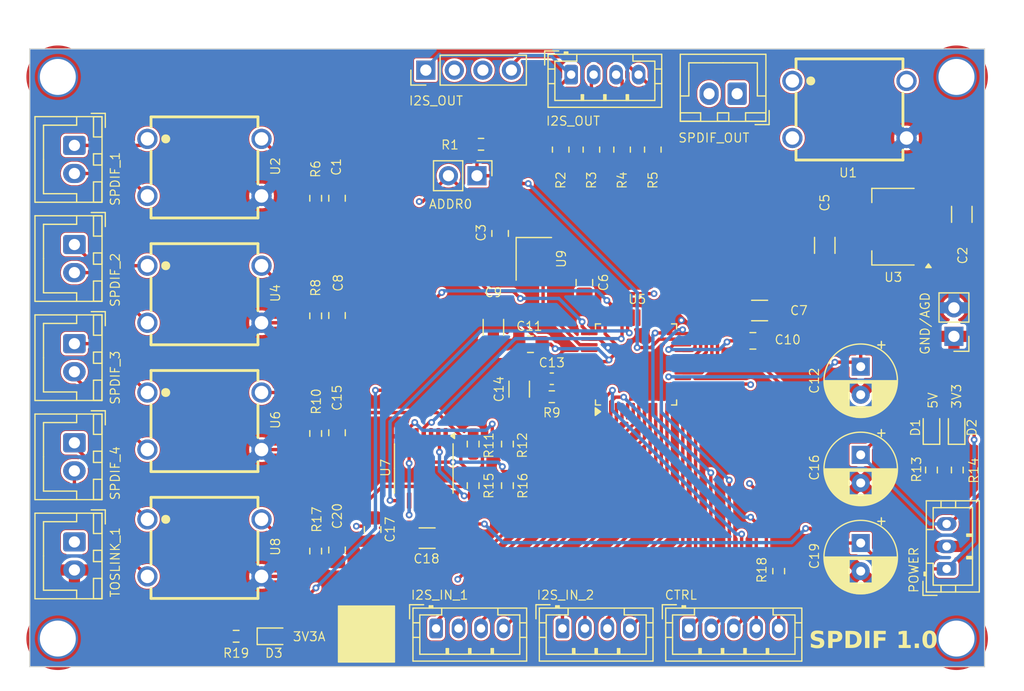
<source format=kicad_pcb>
(kicad_pcb (version 20240108) (generator "pcbnew") (generator_version "8.0")
  (layers (0 "F.Cu" signal) (1 "In1.Cu" signal) (2 "In2.Cu" signal) (31 "B.Cu" mixed) (34 "B.Paste" user) (35 "F.Paste" user) (36 "B.SilkS" user "B.Silkscreen") (37 "F.SilkS" user "F.Silkscreen") (38 "B.Mask" user) (39 "F.Mask" user) (44 "Edge.Cuts" user))
  (net 0 "")
  (net 1 "AGND")
  (net 2 "GND")
  (net 3 "I2S_DATA")
  (net 4 "I2S_LRCLK")
  (net 5 "I2S_BCLK")
  (net 6 "I2S_SCLK")
  (net 7 "SCL")
  (net 8 "SDA")
  (net 9 "3V3")
  (net 10 "SPDIF3_IN")
  (net 11 "SPDIF3_GND")
  (net 12 "SPDIF1_IN")
  (net 13 "SPDIF1_GND")
  (net 14 "SPDIF2_IN")
  (net 15 "SPDIF2_GND")
  (net 16 "5V")
  (net 17 "SPDIF_1")
  (net 18 "SPDIF4_GND")
  (net 19 "SPDIF4_IN")
  (net 20 "SPDIF_2")
  (net 21 "SPDIF_3")
  (net 22 "SPDIF_4")
  (net 23 "Net-(D2-K)")
  (net 24 "I2S_IN_LRCLK_1")
  (net 25 "I2S_IN_BCLK_1")
  (net 26 "Net-(D1-K)")
  (net 27 "I2S_IN_DATA_1")
  (net 28 "I2S_IN_SCLK_1")
  (net 29 "I2S_IN_DATA_2")
  (net 30 "I2S_IN_SCLK_2")
  (net 31 "I2S_IN_LRCLK_2")
  (net 32 "I2S_IN_BCLK_2")
  (net 33 "3V3A")
  (net 34 "SPDIF_OUT")
  (net 35 "TOSLINK_IN")
  (net 36 "XTI")
  (net 37 "Net-(C1-Pad2)")
  (net 38 "SPDIF_INT1")
  (net 39 "SPDIF_INT0")
  (net 40 "SPDIF_RESET")
  (net 41 "Net-(D3-K)")
  (net 42 "ADR0")
  (net 43 "FILTGND")
  (net 44 "SPDIFPOS")
  (net 45 "SPDIFNEG")
  (net 46 "Net-(C8-Pad2)")
  (net 47 "Net-(U5-FILT)")
  (net 48 "Net-(C14-Pad2)")
  (net 49 "Net-(C15-Pad1)")
  (net 50 "Net-(C15-Pad2)")
  (net 51 "Net-(C20-Pad1)")
  (net 52 "Net-(C20-Pad2)")
  (net 53 "Net-(U5-SCLKO)")
  (net 54 "Net-(U5-BCLK)")
  (net 55 "Net-(U5-LRCLK)")
  (net 56 "Net-(U5-DOUT)")
  (net 57 "Net-(R11-Pad2)")
  (net 58 "Net-(R12-Pad1)")
  (net 59 "Net-(R12-Pad2)")
  (net 60 "Net-(R15-Pad2)")
  (footprint "LED_SMD:LED_0603_1608Metric" (layer "F.Cu") (at 106.6 62.025 90)
    (property "Reference" "D1")
    (property "Value" "BLUE")
  )
  (footprint "Connector_JST:JST_PH_B3B-PH-K_1x03_P2.00mm_Vertical" (layer "F.Cu") (at 107.95 74.6 90)
    (property "Reference" "J11" (hide yes))
    (property "Value" "Conn_01x03_Pin")
  )
  (footprint "Resistor_SMD:R_0603_1608Metric" (layer "F.Cu") (at 66.5 36.8)
    (property "Reference" "R1")
    (property "Value" "4.7K")
  )
  (footprint "LED_SMD:LED_0603_1608Metric" (layer "F.Cu") (at 48.0575 80.6)
    (property "Reference" "D3")
    (property "Value" "YELLOW")
  )
  (footprint "Capacitor_SMD:C_0805_2012Metric_Pad1.18x1.45mm_HandSolder" (layer "F.Cu") (at 75.7 49.1 -90)
    (property "Reference" "C6")
    (property "Value" "0.1u")
  )
  (footprint "Capacitor_SMD:C_0805_2012Metric_Pad1.18x1.45mm_HandSolder" (layer "F.Cu") (at 90.7 54.3 180)
    (property "Reference" "C10")
    (property "Value" "0.1u")
  )
  (footprint "Package_TO_SOT_SMD:SOT-223-3_TabPin2" (layer "F.Cu") (at 103.2 44.1375 180)
    (property "Reference" "U3")
    (property "Value" "AMS1117-3.3")
  )
  (footprint "Connector_JST:JST_XH_B2B-XH-A_1x02_P2.50mm_Vertical" (layer "F.Cu") (at 30.3 72.2 -90)
    (property "Reference" "J10" (hide yes))
    (property "Value" "Conn_01x02_Pin")
  )
  (footprint "Package_QFP:LQFP-48_7x7mm_P0.5mm" (layer "F.Cu") (at 80.3 56.4 90)
    (property "Reference" "U5")
    (property "Value" "DIX9211")
  )
  (footprint "Capacitor_SMD:C_1206_3216Metric_Pad1.33x1.80mm_HandSolder" (layer "F.Cu") (at 67.6 53.1 90)
    (property "Reference" "C9")
    (property "Value" "10u")
  )
  (footprint "Connector_JST:JST_XH_B2B-XH-A_1x02_P2.50mm_Vertical" (layer "F.Cu") (at 30.3 54.55 -90)
    (property "Reference" "J8" (hide yes))
    (property "Value" "Conn_01x02_Pin")
  )
  (footprint "Capacitor_SMD:C_0805_2012Metric_Pad1.18x1.45mm_HandSolder" (layer "F.Cu") (at 53.68 62.48 -90)
    (property "Reference" "C15")
    (property "Value" "10n C0G")
  )
  (footprint "Capacitor_SMD:C_1206_3216Metric" (layer "F.Cu") (at 69.9 58.6 -90)
    (property "Reference" "C14")
    (property "Value" "68n C0G")
  )
  (footprint "Connector_JST:JST_PH_B4B-PH-K_1x04_P2.00mm_Vertical" (layer "F.Cu") (at 73.75 79.9)
    (property "Reference" "J13" (hide yes))
    (property "Value" "Conn_01x04_Pin")
  )
  (footprint "Connector_JST:JST_XH_B2B-XH-A_1x02_P2.50mm_Vertical" (layer "F.Cu") (at 30.3 63.375 -90)
    (property "Reference" "J9" (hide yes))
    (property "Value" "Conn_01x02_Pin")
  )
  (footprint "Capacitor_SMD:C_0805_2012Metric_Pad1.18x1.45mm_HandSolder" (layer "F.Cu") (at 53.68 72.9175 -90)
    (property "Reference" "C20")
    (property "Value" "10n C0G")
  )
  (footprint "easyeda2kicad:XFMR-TH_4P-L9.5-W9.0-P5.08-LS10.2_C9900096976" (layer "F.Cu") (at 41.88 72.73)
    (property "Reference" "U8")
    (property "Value" "DA101C_C6931652")
  )
  (footprint "Capacitor_SMD:C_1206_3216Metric_Pad1.33x1.80mm_HandSolder" (layer "F.Cu") (at 61.7 71.8625)
    (property "Reference" "C18")
    (property "Value" "10u")
  )
  (footprint "Capacitor_SMD:C_1206_3216Metric_Pad1.33x1.80mm_HandSolder" (layer "F.Cu") (at 109.3 43.0375 90)
    (property "Reference" "C2")
    (property "Value" "10u")
  )
  (footprint "easyeda2kicad:XFMR-TH_4P-L9.5-W9.0-P5.08-LS10.2_C9900096976" (layer "F.Cu") (at 41.88 61.44)
    (property "Reference" "U6")
    (property "Value" "DA101C_C6931652")
  )
  (footprint "Resistor_SMD:R_0805_2012Metric" (layer "F.Cu") (at 73.591667 37.275 90)
    (property "Reference" "R2")
    (property "Value" "22R")
  )
  (footprint "Resistor_SMD:R_0603_1608Metric_Pad0.98x0.95mm_HandSolder" (layer "F.Cu") (at 51.78 52.075833 -90)
    (property "Reference" "R8")
    (property "Value" "75R")
  )
  (footprint "Capacitor_SMD:C_1206_3216Metric_Pad1.33x1.80mm_HandSolder" (layer "F.Cu") (at 97.1 45.8 90)
    (property "Reference" "C5")
    (property "Value" "10u")
  )
  (footprint "Connector_JST:JST_XH_B2B-XH-A_1x02_P2.50mm_Vertical" (layer "F.Cu") (at 30.3 36.9 -90)
    (property "Reference" "J4" (hide yes))
    (property "Value" "Conn_01x02_Pin" (hide yes))
  )
  (footprint "Capacitor_SMD:C_1206_3216Metric_Pad1.33x1.80mm_HandSolder" (layer "F.Cu") (at 91.3 51.6 180)
    (property "Reference" "C7")
    (property "Value" "10u")
  )
  (footprint "Capacitor_SMD:C_0805_2012Metric_Pad1.18x1.45mm_HandSolder" (layer "F.Cu") (at 70.9 54.6)
    (property "Reference" "C11")
    (property "Value" "0.1u")
  )
  (footprint "MountingHole:MountingHole_3.2mm_M3_DIN965_Pad_TopOnly" (layer "F.Cu") (at 108.8251 30.805)
    (property "Reference" "H2" (hide yes))
    (property "Value" "MountingHole")
  )
  (footprint "Connector_JST:JST_XH_B2B-XH-A_1x02_P2.50mm_Vertical" (layer "F.Cu") (at 30.3 45.725 -90)
    (property "Reference" "J6" (hide yes))
    (property "Value" "Conn_01x02_Pin")
  )
  (footprint "Connector_JST:JST_XH_B2B-XH-A_1x02_P2.50mm_Vertical" (layer "F.Cu") (at 89.3 32.3 180)
    (property "Reference" "J3" (hide yes))
    (property "Value" "Conn_01x02_Pin")
  )
  (footprint "Connector_PinHeader_2.54mm:PinHeader_1x02_P2.54mm_Vertical" (layer "F.Cu") (at 66.14 39.6 -90)
    (property "Reference" "J5" (hide yes))
    (property "Value" "Conn_01x02_Pin")
  )
  (footprint "Capacitor_SMD:C_0805_2012Metric_Pad1.18x1.45mm_HandSolder" (layer "F.Cu") (at 56.85 71.1 90)
    (property "Reference" "C17")
    (property "Value" "0.1u")
  )
  (footprint "Connector_JST:JST_PH_B4B-PH-K_1x04_P2.00mm_Vertical" (layer "F.Cu") (at 62.5 79.9)
    (property "Reference" "J12" (hide yes))
    (property "Value" "Conn_01x04_Pin")
  )
  (footprint "Connector_PinHeader_2.54mm:PinHeader_1x02_P2.54mm_Vertical" (layer "F.Cu") (at 108.6 53.9 180)
    (property "Reference" "J7" (hide yes))
    (property "Value" "Conn_01x02_Pin")
  )
  (footprint "Resistor_SMD:R_0603_1608Metric_Pad0.98x0.95mm_HandSolder" (layer "F.Cu") (at 51.78 73.0175 -90)
    (property "Reference" "R17")
    (property "Value" "75R")
  )
  (footprint "Resistor_SMD:R_0603_1608Metric_Pad0.98x0.95mm_HandSolder" (layer "F.Cu") (at 108.9 65.8 90)
    (property "Reference" "R14")
    (property "Value" "325R")
  )
  (footprint "easyeda2kicad:XFMR-TH_4P-L9.5-W9.0-P5.08-LS10.2_C9900096976" (layer "F.Cu") (at 99.3 33.7)
    (property "Reference" "U1")
    (property "Value" "DA101C_C6931652")
  )
  (footprint "Package_SO:TSSOP-14_4.4x5mm_P0.65mm" (layer "F.Cu") (at 61.4 65.6625 -90)
    (property "Reference" "U7")
    (property "Value" "74HC7014")
  )
  (footprint "Resistor_SMD:R_0805_2012Metric" (layer "F.Cu") (at 81.791667 37.275 90)
    (property "Reference" "R5")
    (property "Value" "22R")
  )
  (footprint "Connector_JST:JST_PH_B4B-PH-K_1x04_P2.00mm_Vertical" (layer "F.Cu") (at 74.525 30.6)
    (property "Reference" "J2" (hide yes))
    (property "Value" "Conn_01x04_Pin")
  )
  (footprint "easyeda2kicad:XFMR-TH_4P-L9.5-W9.0-P5.08-LS10.2_C9900096976" (layer "F.Cu") (at 41.88 50.15)
    (property "Reference" "U4")
    (property "Value" "DA101C_C6931652")
  )
  (footprint "Resistor_SMD:R_0603_1608Metric_Pad0.98x0.95mm_HandSolder" (layer "F.Cu") (at 51.78 62.546666 -90)
    (property "Reference" "R10")
    (property "Value" "75R")
  )
  (footprint "Resistor_SMD:R_0805_2012Metric" (layer "F.Cu") (at 76.325 37.275 90)
    (property "Reference" "R3")
    (property "Value" "22R")
  )
  (footprint "Capacitor_SMD:C_0805_2012Metric_Pad1.18x1.45mm_HandSolder" (layer "F.Cu") (at 53.68 41.605 -90)
    (property "Reference" "C1")
    (property "Value" "10n C0G")
  )
  (footprint "Capacitor_SMD:C_0805_2012Metric_Pad1.18x1.45mm_HandSolder" (layer "F.Cu") (at 68.2 44.7375 -90)
    (property "Reference" "C3")
    (property "Value" "0.1u")
  )
  (footprint "easyeda2kicad:XFMR-TH_4P-L9.5-W9.0-P5.08-LS10.2_C9900096976" (layer "F.Cu") (at 41.88 38.86)
    (property "Reference" "U2")
    (property "Value" "DA101C_C6931652")
  )
  (footprint "LED_SMD:LED_0603_1608Metric" (layer "F.Cu") (at 108.84 62.025 90)
    (property "Reference" "D2")
    (property "Value" "YELLOW")
  )
  (footprint "Resistor_SMD:R_0603_1608Metric" (layer "F.Cu") (at 72.8 59.275 180)
    (property "Reference" "R9")
    (property "Value" "680R")
  )
  (footprint "Resistor_SMD:R_0603_1608Metric_Pad0.98x0.95mm_HandSolder" (layer "F.Cu") (at 106.6 65.8 90)
    (property "Reference" "R13")
    (property "Value" "500R")
  )
  (footprint "Resistor_SMD:R_0805_2012Metric" (layer "F.Cu") (at 79.058333 37.275 90)
    (property "Reference" "R4")
    (property "Value" "22R")
  )
  (footprint "Oscillator:Oscillator_SMD_Abracon_ASE-4Pin_3.2x2.5mm" (layer "F.Cu") (at 71.2 47 -90)
    (property "Reference" "U9")
    (property "Value" "ASDMB-xxxMHz")
  )
  (footprint "Capacitor_SMD:C_0603_1608Metric" (layer "F.Cu") (at 72.8 57.675)
    (property "Reference" "C13")
    (property "Value" "4.7n C0G")
  )
  (footprint "Capacitor_SMD:C_0805_2012Metric_Pad1.18x1.45mm_HandSolder" (layer "F.Cu") (at 53.68 52.0425 -90)
    (property "Reference" "C8")
    (property "Value" "10n C0G")
  )
  (footprint "Resistor_SMD:R_0603_1608Metric_Pad0.98x0.95mm_HandSolder" (layer "F.Cu") (at 65.8 67.1875 -90)
    (property "Reference" "R15")
    (property "Value" "100K")
  )
  (footprint "Capacitor_THT:CP_Radial_D6.3mm_P2.50mm" (layer "F.Cu") (at 100.3 72.3 -90)
    (property "Reference" "C19")
    (property "Value" "220u")
  )
  (footprint "Capacitor_THT:CP_Radial_D6.3mm_P2.50mm" (layer "F.Cu") (at 100.3 64.45 -90)
    (property "Reference" "C16")
    (property "Value" "220u")
  )
  (footprint "Resistor_SMD:R_0603_1608Metric_Pad0.98x0.95mm_HandSolder" (layer "F.Cu") (at 44.7 80.6)
    (property "Reference" "R19")
    (property "Value" "325R")
  )
  (footprint "Resistor_SMD:R_0603_1608Metric_Pad0.98x0.95mm_HandSolder" (layer "F.Cu") (at 51.78 41.605 -90)
    (property "Reference" "R6")
    (property "Value" "75R")
  )
  (footprint "Resistor_SMD:R_0603_1608Metric_Pad0.98x0.95mm_HandSolder" (layer "F.Cu") (at 65.8 63.4875 90)
    (property "Reference" "R11")
    (property "Value" "220R")
  )
  (footprint "MountingHole:MountingHole_3.2mm_M3_DIN965_Pad_TopOnly" (layer "F.Cu") (at 28.8251 30.805)
    (property "Reference" "H1" (hide yes))
    (property "Value" "MountingHole")
  )
  (footprint "Resistor_SMD:R_0603_1608Metric_Pad0.98x0.95mm_HandSolder" (layer "F.Cu") (at 68.85 63.4875 -90)
    (property "Reference" "R12")
    (property "Value" "100K")
  )
  (footprint "Connector_PinHeader_2.54mm:PinHeader_1x04_P2.54mm_Vertical" (layer "F.Cu") (at 61.585 30.2 90)
    (property "Reference" "J1" (hide yes))
    (property "Value" "Conn_01x04_Pin")
  )
  (footprint "MountingHole:MountingHole_3.2mm_M3_DIN965_Pad_TopOnly" (layer "F.Cu") (at 108.8251 80.805)
    (property "Reference" "H4" (hide yes))
    (property "Value" "MountingHole")
  )
  (footprint "MountingHole:MountingHole_3.2mm_M3_DIN965_Pad_TopOnly" (layer "F.Cu") (at 28.8251 80.805)
    (property "Reference" "H3" (hide yes))
    (property "Value" "MountingHole")
  )
  (footprint "Capacitor_THT:CP_Radial_D6.3mm_P2.50mm" (layer "F.Cu") (at 100.3 56.6 -90)
    (property "Reference" "C12")
    (property "Value" "220u")
  )
  (footprint "Resistor_SMD:R_0603_1608Metric" (layer "F.Cu") (at 93 74.8 -90)
    (property "Reference" "R18")
    (property "Value" "4.7K")
  )
  (footprint "Connector_JST:JST_PH_B5B-PH-K_1x05_P2.00mm_Vertical" (layer "F.Cu") (at 85 79.9)
    (property "Reference" "J14" (hide yes))
    (property "Value" "Conn_01x05_Pin")
  )
  (footprint "Resistor_SMD:R_0603_1608Metric_Pad0.98x0.95mm_HandSolder" (layer "F.Cu") (at 68.85 67.1875 90)
    (property "Reference" "R16")
    (property "Value" "220R")
  )
  (gr_rect (start 53.8 77.9) (end 58.8 82.9) (stroke (width 0.1)) (fill solid) (layer "F.SilkS"))
  (gr_line (start 111.3251 28.305) (end 111.3251 83.305) (stroke (width 0.1)) (layer "Edge.Cuts"))
  (gr_line (start 111.3251 83.305) (end 26.3251 83.305) (stroke (width 0.1)) (layer "Edge.Cuts"))
  (gr_line (start 26.3251 83.305) (end 26.3251 28.305) (stroke (width 0.1)) (layer "Edge.Cuts"))
  (gr_line (start 26.3251 28.305) (end 111.3251 28.305) (stroke (width 0.1)) (layer "Edge.Cuts"))
  (gr_text "SPDIF_3\n" (at 34.399952 60.045 90) (layer "F.SilkS") (effects (font (size 0.8 0.8) (thickness 0.1) (bold yes)) (justify left bottom)))
  (gr_text "CTRL" (at 82.8 77.4 0) (layer "F.SilkS") (effects (font (size 0.8 0.8) (thickness 0.1) (bold yes)) (justify left bottom)))
  (gr_text "SPDIF_1" (at 34.399952 42.345 90) (layer "F.SilkS") (effects (font (size 0.8 0.8) (thickness 0.1) (bold yes)) (justify left bottom)))
  (gr_text "5V\n" (at 107.2 60.4 90) (layer "F.SilkS") (effects (font (size 0.8 0.8) (thickness 0.1) (bold yes)) (justify left bottom)))
  (gr_text "I2S_IN_1" (at 60.2 77.4 0) (layer "F.SilkS") (effects (font (size 0.8 0.8) (thickness 0.1) (bold yes)) (justify left bottom)))
  (gr_text "SPDIF_4\n" (at 34.399952 68.545 90) (layer "F.SilkS") (effects (font (size 0.8 0.8) (thickness 0.1) (bold yes)) (justify left bottom)))
  (gr_text "SPDIF 1.0" (at 95.7 81.9 0) (layer "F.SilkS") (effects (font (size 1.5 1.5) (thickness 0.1) (bold yes)) (justify left bottom)))
  (gr_text "SPDIF_OUT" (at 84 36.7 0) (layer "F.SilkS") (effects (font (size 0.8 0.8) (thickness 0.1) (bold yes)) (justify left bottom)))
  (gr_text "I2S_OUT" (at 60.025 33.4 0) (layer "F.SilkS") (effects (font (size 0.8 0.8) (thickness 0.1) (bold yes)) (justify left bottom)))
  (gr_text "ADDR0" (at 61.8 42.6 0) (layer "F.SilkS") (effects (font (size 0.8 0.8) (thickness 0.1) (bold yes)) (justify left bottom)))
  (gr_text "POWER" (at 105.5 76.8 90) (layer "F.SilkS") (effects (font (size 0.8 0.8) (thickness 0.1) (bold yes)) (justify left bottom)))
  (gr_text "TOSLINK_1\n" (at 34.399952 77.2 90) (layer "F.SilkS") (effects (font (size 0.8 0.8) (thickness 0.1) (bold yes)) (justify left bottom)))
  (gr_text "GND/AGD" (at 106.5 55.6 90) (layer "F.SilkS") (effects (font (size 0.8 0.8) (thickness 0.1) (bold yes)) (justify left bottom)))
  (gr_text "SPDIF_2" (at 34.399952 51.345 90) (layer "F.SilkS") (effects (font (size 0.8 0.8) (thickness 0.1) (bold yes)) (justify left bottom)))
  (gr_text "3V3" (at 109.3 60.4 90) (layer "F.SilkS") (effects (font (size 0.8 0.8) (thickness 0.1) (bold yes)) (justify left bottom)))
  (gr_text "I2S_IN_2" (at 71.4 77.4 0) (layer "F.SilkS") (effects (font (size 0.8 0.8) (thickness 0.1) (bold yes)) (justify left bottom)))
  (gr_text "3V3A" (at 49.6875 81.1 0) (layer "F.SilkS") (effects (font (size 0.8 0.8) (thickness 0.1) (bold yes)) (justify left bottom)))
  (gr_text "I2S_OUT" (at 72.225 35.2 0) (layer "F.SilkS") (effects (font (size 0.8 0.8) (thickness 0.1) (bold yes)) (justify left bottom)))
  (segment (start 50.44 75.27) (end 51.78 73.93) (width 0.3) (layer "F.Cu") (net 1))
  (segment (start 46.96 52.69) (end 51.481667 52.69) (width 0.3) (layer "F.Cu") (net 1))
  (segment (start 76.1375 54.15) (end 77.03995 54.15) (width 0.3) (layer "F.Cu") (net 1))
  (segment (start 51.259166 63.98) (end 51.78 63.459166) (width 0.3) (layer "F.Cu") (net 1))
  (segment (start 46.96 75.27) (end 50.44 75.27) (width 0.3) (layer "F.Cu") (net 1))
  (segment (start 51.78 42.5175) (end 48.0775 42.5175) (width 0.3) (layer "F.Cu") (net 1))
  (segment (start 46.96 63.98) (end 51.259166 63.98) (width 0.3) (layer "F.Cu") (net 1))
  (segment (start 48.0775 42.5175) (end 46.96 41.4) (width 0.3) (layer "F.Cu") (net 1))
  (segment (start 77.03995 54.15) (end 77.800811 54.910861) (width 0.3) (layer "F.Cu") (net 1))
  (via (at 77.800811 54.910861) (size 0.6) (drill 0.3) (layers "F.Cu" "B.Cu") (net 1))
  (segment (start 85.30312 55.15) (end 85.55 54.90312) (width 0.3) (layer "F.Cu") (net 2))
  (segment (start 85.55 53.39688) (end 84.617982 52.464862) (width 0.3) (layer "F.Cu") (net 2))
  (segment (start 84.4625 55.15) (end 85.30312 55.15) (width 0.3) (layer "F.Cu") (net 2))
  (segment (start 84.617982 52.464862) (end 84.335138 52.464862) (width 0.3) (layer "F.Cu") (net 2))
  (segment (start 85.55 54.90312) (end 85.55 53.39688) (width 0.3) (layer "F.Cu") (net 2))
  (via (at 84.335138 52.464862) (size 0.6) (drill 0.3) (layers "F.Cu" "B.Cu") (net 2))
  (segment (start 81.791667 36.45) (end 81.791667 31.866667) (width 0.3) (layer "F.Cu") (net 3))
  (segment (start 70 29) (end 69.205 29.795) (width 0.3) (layer "F.Cu") (net 3))
  (segment (start 78.825 29) (end 70 29) (width 0.3) (layer "F.Cu") (net 3))
  (segment (start 80.525 30.7) (end 78.825 29) (width 0.3) (layer "F.Cu") (net 3))
  (segment (start 81.791667 31.866667) (end 80.525 30.6) (width 0.3) (layer "F.Cu") (net 3))
  (segment (start 79.058333 36.45) (end 79.058333 31.133333) (width 0.3) (layer "F.Cu") (net 4))
  (segment (start 79.058333 31.133333) (end 78.525 30.6) (width 0.3) (layer "F.Cu") (net 4))
  (segment (start 76.325 36.45) (end 76.325 30.8) (width 0.3) (layer "F.Cu") (net 5))
  (segment (start 73.591667 31.533333) (end 74.525 30.6) (width 0.3) (layer "F.Cu") (net 6))
  (segment (start 73.591667 36.45) (end 73.591667 31.533333) (width 0.3) (layer "F.Cu") (net 6))
  (segment (start 74.525 30.7) (end 72.725 28.9) (width 0.3) (layer "B.Cu") (net 6))
  (segment (start 62.9 28.9) (end 62.8 28.8) (width 0.3) (layer "B.Cu") (net 6))
  (segment (start 62.8 28.8) (end 61.585 30.015) (width 0.3) (layer "B.Cu") (net 6))
  (segment (start 72.725 28.9) (end 62.9 28.9) (width 0.3) (layer "B.Cu") (net 6))
  (segment (start 82.52812 53.6) (end 82 53.6) (width 0.3) (layer "F.Cu") (net 7))
  (segment (start 83.05 53.07812) (end 82.52812 53.6) (width 0.3) (layer "F.Cu") (net 7))
  (segment (start 83.05 52.2375) (end 83.05 53.07812) (width 0.3) (layer "F.Cu") (net 7))
  (segment (start 86.955025 77.944975) (end 86.955025 66.044975) (width 0.3) (layer "F.Cu") (net 7))
  (segment (start 85 79.9) (end 86.955025 77.944975) (width 0.3) (layer "F.Cu") (net 7))
  (via (at 86.955025 66.044975) (size 0.6) (drill 0.3) (layers "F.Cu" "B.Cu") (net 7))
  (via (at 82 53.6) (size 0.6) (drill 0.3) (layers "F.Cu" "B.Cu") (net 7))
  (segment (start 81.8 60.88995) (end 81.8 53.8) (width 0.3) (layer "B.Cu") (net 7))
  (segment (start 86.955025 66.044975) (end 81.8 60.88995) (width 0.3) (layer "B.Cu") (net 7))
  (segment (start 81.8 53.8) (end 82 53.6) (width 0.3) (layer "B.Cu") (net 7))
  (segment (start 84.444799 53.307746) (end 84.444799 53.632299) (width 0.3) (layer "F.Cu") (net 8))
  (segment (start 88.6 78.3) (end 87 79.9) (width 0.3) (layer "F.Cu") (net 8))
  (segment (start 88.6 66.7) (end 88.6 78.3) (width 0.3) (layer "F.Cu") (net 8))
  (segment (start 84.444799 53.632299) (end 84.4625 53.65) (width 0.3) (layer "F.Cu") (net 8))
  (via (at 84.444799 53.307746) (size 0.6) (drill 0.3) (layers "F.Cu" "B.Cu") (net 8))
  (via (at 88.6 66.7) (size 0.6) (drill 0.3) (layers "F.Cu" "B.Cu") (net 8))
  (segment (start 88.6 66.7) (end 82.55 60.65) (width 0.3) (layer "B.Cu") (net 8))
  (segment (start 83.974182 53.307746) (end 84.444799 53.307746) (width 0.3) (layer "B.Cu") (net 8))
  (segment (start 82.55 54.731928) (end 83.974182 53.307746) (width 0.3) (layer "B.Cu") (net 8))
  (segment (start 82.55 60.65) (end 82.55 54.731928) (width 0.3) (layer "B.Cu") (net 8))
  (segment (start 57.2375 70.45) (end 63.2125 70.45) (width 0.3) (layer "F.Cu") (net 9))
  (segment (start 70.375 45.875) (end 68.2 43.7) (width 0.3) (layer "F.Cu") (net 9))
  (segment (start 83.621884 54.65) (end 83.2 55.071884) (width 0.3) (layer "F.Cu") (net 9))
  (segment (start 89.6625 54.3) (end 88.5 54.3) (width 0.3) (layer "F.Cu") (net 9))
  (segment (start 88.5 54.3) (end 88.4 54.4) (width 0.3) (layer "F.Cu") (net 9))
  (segment (start 89.7375 51.6) (end 89.7375 54.225) (width 0.3) (layer "F.Cu") (net 9))
  (segment (start 70.375 45.95) (end 72.025 45.95) (width 0.3) (layer "F.Cu") (net 9))
  (segment (start 56.1125 70.8) (end 56.85 70.0625) (width 0.3) (layer "F.Cu") (net 9))
  (segment (start 63.2125 70.45) (end 63.2625 70.4) (width 0.3) (layer "F.Cu") (net 9))
  (segment (start 55.4 70.8) (end 56.1125 70.8) (width 0.3) (layer "F.Cu") (net 9))
  (segment (start 64.9 70.6) (end 66.8 70.6) (width 0.3) (layer "F.Cu") (net 9))
  (segment (start 107.95 74.6) (end 102.6 74.6) (width 0.3) (layer "F.Cu") (net 9))
  (segment (start 95.8 71) (end 97.1 72.3) (width 0.3) (layer "F.Cu") (net 9))
  (segment (start 84.4625 54.65) (end 83.621884 54.65) (width 0.3) (layer "F.Cu") (net 9))
  (segment (start 63.2625 71.8625) (end 63.2625 70.4) (width 0.3) (layer "F.Cu") (net 9))
  (segment (start 63.6375 71.8625) (end 64.9 70.6) (width 0.3) (layer "F.Cu") (net 9))
  (segment (start 61.3 41.9) (end 61 41.9) (width 0.3) (layer "F.Cu") (net 9))
  (segment (start 67.7 43.7) (end 68.2 43.7) (width 0.3) (layer "F.Cu") (net 9))
  (segment (start 63.2625 68.6125) (end 63.35 68.525) (width 0.3) (layer "F.Cu") (net 9))
  (segment (start 95.4 60.4) (end 89.6625 54.6625) (width 0.3) (layer "F.Cu") (net 9))
  (segment (start 70.375 45.95) (end 70.375 45.875) (width 0.3) (layer "F.Cu") (net 9))
  (segment (start 108.24 60.4) (end 95.4 60.4) (width 0.3) (layer "F.Cu") (net 9))
  (segment (start 63.2625 70.4) (end 63.2625 68.6125) (width 0.3) (layer "F.Cu") (net 9))
  (segment (start 95.4 71) (end 95.8 71) (width 0.3) (layer "F.Cu") (net 9))
  (segment (start 102.6 74.6) (end 100.3 72.3) (width 0.3) (layer "F.Cu") (net 9))
  (segment (start 63.6 39.6) (end 67.7 43.7) (width 0.3) (layer "F.Cu") (net 9))
  (segment (start 110.4 62.56) (end 108.24 60.4) (width 0.3) (layer "F.Cu") (net 9))
  (segment (start 63.6 39.6) (end 61.3 41.9) (width 0.3) (layer "F.Cu") (net 9))
  (segment (start 97.1 72.3) (end 100.3 72.3) (width 0.3) (layer "F.Cu") (net 9))
  (segment (start 110.4 63.1) (end 110.4 62.56) (width 0.3) (layer "F.Cu") (net 9))
  (via (at 110.4 63.1) (size 0.6) (drill 0.3) (layers "F.Cu" "B.Cu") (net 9))
  (via (at 55.4 70.8) (size 0.6) (drill 0.3) (layers "F.Cu" "B.Cu") (net 9))
  (via (at 61 41.9) (size 0.6) (drill 0.3) (layers "F.Cu" "B.Cu") (net 9))
  (via (at 83.2 55.071884) (size 0.6) (drill 0.3) (layers "F.Cu" "B.Cu") (net 9))
  (via (at 95.4 71) (size 0.6) (drill 0.3) (layers "F.Cu" "B.Cu") (net 9))
  (via (at 88.4 54.4) (size 0.6) (drill 0.3) (layers "F.Cu" "B.Cu") (net 9))
  (via (at 66.8 70.6) (size 0.6) (drill 0.3) (layers "F.Cu" "B.Cu") (net 9))
  (segment (start 94.138966 72.261034) (end 95.4 71) (width 0.3) (layer "B.Cu") (net 9))
  (segment (start 68.461034 72.261034) (end 94.138966 72.261034) (width 0.3) (layer "B.Cu") (net 9))
  (segment (start 83.2 55.071884) (end 87.728116 55.071884) (width 0.3) (layer "B.Cu") (net 9))
  (segment (start 110.4 72.15) (end 110.4 63.1) (width 0.3) (layer "B.Cu") (net 9))
  (segment (start 66.8 70.6) (end 68.461034 72.261034) (width 0.3) (layer "B.Cu") (net 9))
  (segment (start 107.95 74.6) (end 110.4 72.15) (width 0.3) (layer "B.Cu") (net 9))
  (segment (start 87.728116 55.071884) (end 88.4 54.4) (width 0.3) (layer "B.Cu") (net 9))
  (segment (start 36.8 58.9) (end 32.45 54.55) (width 0.3) (layer "F.Cu") (net 10))
  (segment (start 32.45 54.55) (end 30.3 54.55) (width 0.3) (layer "F.Cu") (net 10))
  (segment (start 36.8 63.98) (end 30.3 57.48) (width 0.3) (layer "F.Cu") (net 11))
  (segment (start 30.3 36.9) (end 36.22 36.9) (width 0.3) (layer "F.Cu") (net 12))
  (segment (start 36.22 36.9) (end 36.8 36.32) (width 0.3) (layer "F.Cu") (net 12))
  (segment (start 30.3 39.4) (end 34.8 39.4) (width 0.3) (layer "F.Cu") (net 13))
  (segment (start 34.8 39.4) (end 36.8 41.4) (width 0.3) (layer "F.Cu") (net 13))
  (segment (start 32.185 47.61) (end 30.3 45.725) (width 0.3) (layer "F.Cu") (net 14))
  (segment (start 36.8 47.61) (end 32.185 47.61) (width 0.3) (layer "F.Cu") (net 14))
  (segment (start 30.3 48.225) (end 32.335 48.225) (width 0.3) (layer "F.Cu") (net 15))
  (segment (start 32.335 48.225) (end 36.8 52.69) (width 0.3) (layer "F.Cu") (net 15))
  (segment (start 111.1 67.725) (end 108.225 70.6) (width 0.3) (layer "F.Cu") (net 16))
  (segment (start 109.3 41.475) (end 111.1 43.275) (width 0.3) (layer "F.Cu") (net 16))
  (segment (start 111.1 43.275) (end 111.1 67.725) (width 0.3) (layer "F.Cu") (net 16))
  (segment (start 106.6 61) (end 103.75 61) (width 0.3) (layer "F.Cu") (net 16))
  (segment (start 103.75 61) (end 100.3 64.45) (width 0.3) (layer "F.Cu") (net 16))
  (segment (start 109.3 41.475) (end 106.7125 41.475) (width 0.3) (layer "F.Cu") (net 16))
  (segment (start 106.45 70.6) (end 100.3 64.45) (width 0.3) (layer "B.Cu") (net 16))
  (segment (start 107.95 70.6) (end 106.45 70.6) (width 0.3) (layer "B.Cu") (net 16))
  (segment (start 57.8675 40.5675) (end 67.2 49.9) (width 0.3) (layer "F.Cu") (net 17))
  (segment (start 69.375 49.9) (end 70 50.525) (width 0.3) (layer "F.Cu") (net 17))
  (segment (start 76.1375 53.65) (end 75.5 53.0125) (width 0.3) (layer "F.Cu") (net 17))
  (segment (start 53.68 40.5675) (end 57.8675 40.5675) (width 0.3) (layer "F.Cu") (net 17))
  (segment (start 75.5 53.0125) (end 75.5 52.6) (width 0.3) (layer "F.Cu") (net 17))
  (segment (start 67.2 49.9) (end 69.375 49.9) (width 0.3) (layer "F.Cu") (net 17))
  (via (at 70 50.525) (size 0.6) (drill 0.3) (layers "F.Cu" "B.Cu") (net 17))
  (via (at 75.5 52.6) (size 0.6) (drill 0.3) (layers "F.Cu" "B.Cu") (net 17))
  (segment (start 75.5 52.6) (end 73.425 50.525) (width 0.3) (layer "B.Cu") (net 17))
  (segment (start 73.425 50.525) (end 70 50.525) (width 0.3) (layer "B.Cu") (net 17))
  (segment (start 30.3 68.77) (end 36.8 75.27) (width 0.3) (layer "F.Cu") (net 18))
  (segment (start 30.3 65.875) (end 30.3 68.77) (width 0.3) (layer "F.Cu") (net 18))
  (segment (start 36.8 70.19) (end 30.3 63.69) (width 0.3) (layer "F.Cu") (net 19))
  (segment (start 78.05 51.05) (end 77.7 50.7) (width 0.3) (layer "F.Cu") (net 20))
  (segment (start 53.68 51.005) (end 61.995 51.005) (width 0.3) (layer "F.Cu") (net 20))
  (segment (start 78.05 52.2375) (end 78.05 51.05) (width 0.3) (layer "F.Cu") (net 20))
  (segment (start 61.995 51.005) (end 63 50) (width 0.3) (layer "F.Cu") (net 20))
  (via (at 77.7 50.7) (size 0.6) (drill 0.3) (layers "F.Cu" "B.Cu") (net 20))
  (via (at 63 50) (size 0.6) (drill 0.3) (layers "F.Cu" "B.Cu") (net 20))
  (segment (start 63.155025 49.844975) (end 63 50) (width 0.3) (layer "B.Cu") (net 20))
  (segment (start 76.844975 49.844975) (end 63.155025 49.844975) (width 0.3) (layer "B.Cu") (net 20))
  (segment (start 77.7 50.7) (end 76.844975 49.844975) (width 0.3) (layer "B.Cu") (net 20))
  (segment (start 79.05 52.2375) (end 79.05 54.05) (width 0.3) (layer "F.Cu") (net 21))
  (segment (start 61.4 62.062501) (end 61.900001 61.5625) (width 0.3) (layer "F.Cu") (net 21))
  (segment (start 61.900001 61.5625) (end 62.095682 61.5625) (width 0.3) (layer "F.Cu") (net 21))
  (segment (start 79.05 54.05) (end 78.984925 54.115075) (width 0.3) (layer "F.Cu") (net 21))
  (segment (start 61.4 62.8) (end 61.4 62.062501) (width 0.3) (layer "F.Cu") (net 21))
  (via (at 62.095682 61.5625) (size 0.6) (drill 0.3) (layers "F.Cu" "B.Cu") (net 21))
  (via (at 78.984925 54.115075) (size 0.6) (drill 0.3) (layers "F.Cu" "B.Cu") (net 21))
  (segment (start 78.96985 54.1) (end 78.984925 54.115075) (width 0.3) (layer "B.Cu") (net 21))
  (segment (start 62.095682 61.5625) (end 69.558182 54.1) (width 0.3) (layer "B.Cu") (net 21))
  (segment (start 69.558182 54.1) (end 78.96985 54.1) (width 0.3) (layer "B.Cu") (net 21))
  (segment (start 79.55 52.2375) (end 79.55 53.45) (width 0.3) (layer "F.Cu") (net 22))
  (segment (start 79.55 53.45) (end 79.7 53.6) (width 0.3) (layer "F.Cu") (net 22))
  (segment (start 58.425 68.525) (end 58.4 68.5) (width 0.3) (layer "F.Cu") (net 22))
  (segment (start 59.45 68.525) (end 58.425 68.525) (width 0.3) (layer "F.Cu") (net 22))
  (via (at 58.4 68.5) (size 0.6) (drill 0.3) (layers "F.Cu" "B.Cu") (net 22))
  (via (at 79.7 53.6) (size 0.6) (drill 0.3) (layers "F.Cu" "B.Cu") (net 22))
  (segment (start 79.515075 53.415075) (end 79.7 53.6) (width 0.3) (layer "B.Cu") (net 22))
  (segment (start 58.4 68.5) (end 58.4 61.5) (width 0.3) (layer "B.Cu") (net 22))
  (segment (start 66.484925 53.415075) (end 79.515075 53.415075) (width 0.3) (layer "B.Cu") (net 22))
  (segment (start 58.4 61.5) (end 66.484925 53.415075) (width 0.3) (layer "B.Cu") (net 22))
  (segment (start 108.84 63.05) (end 108.84 64.8275) (width 0.3) (layer "F.Cu") (net 23))
  (segment (start 81.55 60.5625) (end 81.55 64.25) (width 0.3) (layer "F.Cu") (net 24))
  (segment (start 81.55 64.25) (end 66.5 79.3) (width 0.3) (layer "F.Cu") (net 24))
  (segment (start 81.05 62.95) (end 64.5 79.5) (width 0.3) (layer "F.Cu") (net 25))
  (segment (start 81.05 60.5625) (end 81.05 62.95) (width 0.3) (layer "F.Cu") (net 25))
  (segment (start 106.6 63.05) (end 106.6 64.8875) (width 0.3) (layer "F.Cu") (net 26))
  (segment (start 82.05 60.5625) (end 82.05 66.35) (width 0.3) (layer "F.Cu") (net 27))
  (segment (start 82.05 66.35) (end 68.5 79.9) (width 0.3) (layer "F.Cu") (net 27))
  (segment (start 80.30312 61.65) (end 80.15 61.65) (width 0.3) (layer "F.Cu") (net 28))
  (segment (start 80.55 60.5625) (end 80.55 61.40312) (width 0.3) (layer "F.Cu") (net 28))
  (segment (start 80.55 61.40312) (end 80.30312 61.65) (width 0.3) (layer "F.Cu") (net 28))
  (segment (start 80.15 61.65) (end 62.5 79.3) (width 0.3) (layer "F.Cu") (net 28))
  (segment (start 85.6 58.94688) (end 85.6 74) (width 0.3) (layer "F.Cu") (net 29))
  (segment (start 85.6 74) (end 79.75 79.85) (width 0.3) (layer "F.Cu") (net 29))
  (segment (start 84.4625 58.65) (end 85.30312 58.65) (width 0.3) (layer "F.Cu") (net 29))
  (segment (start 85.30312 58.65) (end 85.6 58.94688) (width 0.3) (layer "F.Cu") (net 29))
  (segment (start 82.55 68.65) (end 73.75 77.45) (width 0.3) (layer "F.Cu") (net 30))
  (segment (start 73.75 77.45) (end 73.75 79.9) (width 0.3) (layer "F.Cu") (net 30))
  (segment (start 82.55 60.5625) (end 82.55 68.65) (width 0.3) (layer "F.Cu") (net 30))
  (segment (start 84.4625 59.15) (end 84.4625 72.3375) (width 0.3) (layer "F.Cu") (net 31))
  (segment (start 84.4625 72.3375) (end 77.75 79.05) (width 0.3) (layer "F.Cu") (net 31))
  (segment (start 77.75 79.05) (end 77.75 79.9) (width 0.3) (layer "F.Cu") (net 31))
  (segment (start 75.75 78.65) (end 75.75 79.9) (width 0.3) (layer "F.Cu") (net 32))
  (segment (start 83.05 71.35) (end 75.75 78.65) (width 0.3) (layer "F.Cu") (net 32))
  (segment (start 83.05 60.5625) (end 83.05 71.35) (width 0.3) (layer "F.Cu") (net 32))
  (segment (start 72.7 54.6) (end 73.1 55) (width 0.3) (layer "F.Cu") (net 33))
  (segment (start 48.845 80.6) (end 48.845 79.255) (width 0.3) (layer "F.Cu") (net 33))
  (segment (start 106.35 44.1375) (end 100.05 44.1375) (width 0.3) (layer "F.Cu") (net 33))
  (segment (start 76.1375 56.15) (end 77.73995 56.15) (width 0.3) (layer "F.Cu") (net 33))
  (segment (start 77.55 51.9875) (end 75.7 50.1375) (width 0.3) (layer "F.Cu") (net 33))
  (segment (start 78.500811 55.389139) (end 77.73995 56.15) (width 0.3) (layer "F.Cu") (net 33))
  (segment (start 77.55 52.2375) (end 77.55 53.6701) (width 0.3) (layer "F.Cu") (net 33))
  (segment (start 77.55 53.6701) (end 78.500811 54.620911) (width 0.3) (layer "F.Cu") (net 33))
  (segment (start 59.9 58.7) (end 67.0625 51.5375) (width 0.3) (layer "F.Cu") (net 33))
  (segment (start 98 56.2) (end 99.9 56.2) (width 0.3) (layer "F.Cu") (net 33))
  (segment (start 48.845 79.255) (end 51.8 76.3) (width 0.3) (layer "F.Cu") (net 33))
  (segment (start 77.73995 56.15) (end 77.894975 55.994975) (width 0.3) (layer "F.Cu") (net 33))
  (segment (start 78.500811 54.620911) (end 78.500811 55.389139) (width 0.3) (layer "F.Cu") (net 33))
  (segment (start 71.9375 54.6) (end 72.7 54.6) (width 0.3) (layer "F.Cu") (net 33))
  (segment (start 68.975 51.6375) (end 67.7 51.6375) (width 0.3) (layer "F.Cu") (net 33))
  (segment (start 71.9375 54.6) (end 68.975 51.6375) (width 0.3) (layer "F.Cu") (net 33))
  (segment (start 57.1 58.7) (end 59.9 58.7) (width 0.3) (layer "F.Cu") (net 33))
  (segment (start 100.05 44.1375) (end 97.1 44.1375) (width 0.3) (layer "F.Cu") (net 33))
  (segment (start 100.3 56.6) (end 100.3 44.3875) (width 0.3) (layer "F.Cu") (net 33))
  (via (at 83.2 57.5) (size 0.6) (drill 0.3) (layers "F.Cu" "B.Cu") (net 33))
  (via (at 77.894975 55.994975) (size 0.6) (drill 0.3) (layers "F.Cu" "B.Cu") (net 33))
  (via (at 73.1 55) (size 0.6) (drill 0.3) (layers "F.Cu" "B.Cu") (net 33))
  (via (at 57.1 58.7) (size 0.6) (drill 0.3) (layers "F.Cu" "B.Cu") (net 33))
  (via (at 51.8 76.3) (size 0.6) (drill 0.3) (layers "F.Cu" "B.Cu") (net 33))
  (via (at 98 56.2) (size 0.6) (drill 0.3) (layers "F.Cu" "B.Cu") (net 33))
  (segment (start 73.1 55) (end 76.9 55) (width 0.3) (layer "B.Cu") (net 33))
  (segment (start 96.7 57.5) (end 98 56.2) (width 0.3) (layer "B.Cu") (net 33))
  (segment (start 83.2 57.5) (end 96.7 57.5) (width 0.3) (layer "B.Cu") (net 33))
  (segment (start 57.1 71) (end 57.1 58.7) (width 0.3) (layer "B.Cu") (net 33))
  (segment (start 76.9 55) (end 77.894975 55.994975) (width 0.3) (layer "B.Cu") (net 33))
  (segment (start 51.8 76.3) (end 57.1 71) (width 0.3) (layer "B.Cu") (net 33))
  (segment (start 84.4625 58.15) (end 90.45 58.15) (width 0.3) (layer "F.Cu") (net 34))
  (segment (start 90.45 58.15) (end 90.5 58.2) (width 0.3) (layer "F.Cu") (net 34))
  (via (at 90.5 58.2) (size 0.6) (drill 0.3) (layers "F.Cu" "B.Cu") (net 34))
  (segment (start 78.55 61.40312) (end 78.55 60.5625) (width 0.3) (layer "F.Cu") (net 35))
  (segment (start 64.42656 75.52656) (end 78.55 61.40312) (width 0.3) (layer "F.Cu") (net 35))
  (via (at 64.42656 75.52656) (size 0.6) (drill 0.3) (layers "F.Cu" "B.Cu") (net 35))
  (segment (start 72.025 51.37812) (end 75.29688 54.65) (width 0.3) (layer "F.Cu") (net 36))
  (segment (start 72.025 48.05) (end 72.025 51.37812) (width 0.3) (layer "F.Cu") (net 36))
  (segment (start 75.29688 54.65) (end 76.1375 54.65) (width 0.3) (layer "F.Cu") (net 36))
  (segment (start 51.3325 40.6925) (end 51.78 40.6925) (width 0.3) (layer "F.Cu") (net 37))
  (segment (start 46.96 36.32) (end 51.3325 40.6925) (width 0.3) (layer "F.Cu") (net 37))
  (segment (start 51.78 40.7425) (end 53.68 42.6425) (width 0.3) (layer "F.Cu") (net 37))
  (segment (start 78.05 59.72188) (end 78.45883 59.31305) (width 0.3) (layer "F.Cu") (net 38))
  (segment (start 78.45883 59.31305) (end 79.2 59.31305) (width 0.3) (layer "F.Cu") (net 38))
  (segment (start 78.05 60.5625) (end 78.05 59.72188) (width 0.3) (layer "F.Cu") (net 38))
  (segment (start 91 79.9) (end 91 70.5) (width 0.3) (layer "F.Cu") (net 38))
  (segment (start 91 70.5) (end 90.5 70) (width 0.3) (layer "F.Cu") (net 38))
  (via (at 90.5 70) (size 0.6) (drill 0.3) (layers "F.Cu" "B.Cu") (net 38))
  (via (at 79.2 59.31305) (size 0.6) (drill 0.3) (layers "F.Cu" "B.Cu") (net 38))
  (segment (start 79.2 59.31305) (end 89.88695 70) (width 0.3) (layer "B.Cu") (net 38))
  (segment (start 89.88695 70) (end 90.5 70) (width 0.3) (layer "B.Cu") (net 38))
  (segment (start 77.55 59.8) (end 77.55 59.35) (width 0.3) (layer "F.Cu") (net 39))
  (segment (start 89 79.9) (end 89.7 79.2) (width 0.3) (layer "F.Cu") (net 39))
  (segment (start 77.55 60.5625) (end 77.55 59.8) (width 0.3) (layer "F.Cu") (net 39))
  (segment (start 77.55 59.35) (end 78.2 58.7) (width 0.3) (layer "F.Cu") (net 39))
  (segment (start 89.7 79.2) (end 89.7 71.5) (width 0.3) (layer "F.Cu") (net 39))
  (via (at 78.2 58.7) (size 0.6) (drill 0.3) (layers "F.Cu" "B.Cu") (net 39))
  (via (at 89.7 71.5) (size 0.6) (drill 0.3) (layers "F.Cu" "B.Cu") (net 39))
  (segment (start 78.2 60.5) (end 89.2 71.5) (width 0.3) (layer "B.Cu") (net 39))
  (segment (start 89.2 71.5) (end 89.7 71.5) (width 0.3) (layer "B.Cu") (net 39))
  (segment (start 78.2 58.7) (end 78.2 60.5) (width 0.3) (layer "B.Cu") (net 39))
  (segment (start 79.84688 50.1) (end 81.9 50.1) (width 0.3) (layer "F.Cu") (net 40))
  (segment (start 78.55 52.2375) (end 78.55 51.39688) (width 0.3) (layer "F.Cu") (net 40))
  (segment (start 93 75.625) (end 91.9 74.525) (width 0.3) (layer "F.Cu") (net 40))
  (segment (start 78.55 51.39688) (end 79.84688 50.1) (width 0.3) (layer "F.Cu") (net 40))
  (segment (start 91.9 74.525) (end 91.9 68.5) (width 0.3) (layer "F.Cu") (net 40))
  (segment (start 91.9 68.5) (end 90.4 67) (width 0.3) (layer "F.Cu") (net 40))
  (segment (start 93 79.9) (end 93 75.625) (width 0.3) (layer "F.Cu") (net 40))
  (via (at 81.9 50.1) (size 0.6) (drill 0.3) (layers "F.Cu" "B.Cu") (net 40))
  (via (at 90.4 67) (size 0.6) (drill 0.3) (layers "F.Cu" "B.Cu") (net 40))
  (segment (start 47.27 80.4) (end 45.6125 80.4) (width 0.3) (layer "F.Cu") (net 41))
  (segment (start 70.2 40.3) (end 69.5 39.6) (width 0.3) (layer "F.Cu") (net 42))
  (segment (start 66.14 37.985) (end 67.325 36.8) (width 0.3) (layer "F.Cu") (net 42))
  (segment (start 81.619239 54.9) (end 80.4 54.9) (width 0.3) (layer "F.Cu") (net 42))
  (segment (start 69.5 39.6) (end 66.14 39.6) (width 0.3) (layer "F.Cu") (net 42))
  (segment (start 70.7 40.3) (end 70.2 40.3) (width 0.3) (layer "F.Cu") (net 42))
  (segment (start 66.14 39.6) (end 66.14 37.985) (width 0.3) (layer "F.Cu") (net 42))
  (segment (start 84.4625 54.15) (end 82.369239 54.15) (width 0.3) (layer "F.Cu") (net 42))
  (segment (start 82.369239 54.15) (end 81.619239 54.9) (width 0.3) (layer "F.Cu") (net 42))
  (via (at 80.4 54.9) (size 0.6) (drill 0.3) (layers "F.Cu" "B.Cu") (net 42))
  (via (at 70.7 40.3) (size 0.6) (drill 0.3) (layers "F.Cu" "B.Cu") (net 42))
  (segment (start 80.4 50) (end 70.7 40.3) (width 0.3) (layer "B.Cu") (net 42))
  (segment (start 80.4 54.9) (end 80.4 50) (width 0.3) (layer "B.Cu") (net 42))
  (segment (start 72.025 57.675) (end 74.05 55.65) (width 0.3) (layer "F.Cu") (net 43))
  (segment (start 74.05 55.65) (end 76.1375 55.65) (width 0.3) (layer "F.Cu") (net 43))
  (segment (start 70.475 57.7) (end 72 57.7) (width 0.3) (layer "F.Cu") (net 43))
  (segment (start 69.9 57.125) (end 70.475 57.7) (width 0.3) (layer "F.Cu") (net 43))
  (segment (start 51.78 51.18) (end 53.68 53.08) (width 0.3) (layer "F.Cu") (net 46))
  (segment (start 46.96 47.61) (end 50.513333 51.163333) (width 0.3) (layer "F.Cu") (net 46))
  (segment (start 50.513333 51.163333) (end 51.78 51.163333) (width 0.3) (layer "F.Cu") (net 46))
  (segment (start 73.575 57.675) (end 74.6 56.65) (width 0.3) (layer "F.Cu") (net 47))
  (segment (start 74.6 56.65) (end 76.1375 56.65) (width 0.3) (layer "F.Cu") (net 47))
  (segment (start 73.575 57.675) (end 73.575 59.225) (width 0.3) (layer "F.Cu") (net 47))
  (segment (start 70.7 59.275) (end 69.9 60.075) (width 0.3) (layer "F.Cu") (net 48))
  (segment (start 71.975 59.275) (end 70.7 59.275) (width 0.3) (layer "F.Cu") (net 48))
  (segment (start 64.975 63.048332) (end 64.975 63.575) (width 0.3) (layer "F.Cu") (net 49))
  (segment (start 62.613334 60.686666) (end 64.975 63.048332) (width 0.3) (layer "F.Cu") (net 49))
  (segment (start 54.435834 60.686666) (end 62.613334 60.686666) (width 0.3) (layer "F.Cu") (net 49))
  (segment (start 64.975 63.575) (end 65.8 64.4) (width 0.3) (layer "F.Cu") (net 49))
  (segment (start 53.68 61.4425) (end 54.435834 60.686666) (width 0.3) (layer "F.Cu") (net 49))
  (segment (start 49.045834 58.9) (end 51.78 61.634166) (width 0.3) (layer "F.Cu") (net 50))
  (segment (start 53.663334 63.5175) (end 51.78 61.634166) (width 0.3) (layer "F.Cu") (net 50))
  (segment (start 46.96 58.9) (end 49.045834 58.9) (width 0.3) (layer "F.Cu") (net 50))
  (segment (start 57.71 67.2625) (end 53.68 71.2925) (width 0.3) (layer "F.Cu") (net 51))
  (segment (start 68.0125 67.2625) (end 57.71 67.2625) (width 0.3) (layer "F.Cu") (net 51))
  (segment (start 68.85 68.1) (end 68.0125 67.2625) (width 0.3) (layer "F.Cu") (net 51))
  (segment (start 53.68 71.2925) (end 53.68 71.88) (width 0.3) (layer "F.Cu") (net 51))
  (segment (start 46.96 70.19) (end 48.875 72.105) (width 0.3) (layer "F.Cu") (net 52))
  (segment (start 48.875 72.105) (end 51.78 72.105) (width 0.3) (layer "F.Cu") (net 52))
  (segment (start 51.83 72.105) (end 53.68 73.955) (width 0.3) (layer "F.Cu") (net 52))
  (segment (start 75.960226 43.1) (end 75.9 43.1) (width 0.3) (layer "F.Cu") (net 53))
  (segment (start 86.05 53.189774) (end 75.960226 43.1) (width 0.3) (layer "F.Cu") (net 53))
  (segment (start 86.05 55.110226) (end 86.05 53.189774) (width 0.3) (layer "F.Cu") (net 53))
  (segment (start 75.9 43.1) (end 73.591667 40.791667) (width 0.3) (layer "F.Cu") (net 53))
  (segment (start 84.4625 55.65) (end 85.510226 55.65) (width 0.3) (layer "F.Cu") (net 53))
  (segment (start 73.591667 40.791667) (end 73.591667 38.1) (width 0.3) (layer "F.Cu") (net 53))
  (segment (start 85.510226 55.65) (end 86.05 55.110226) (width 0.3) (layer "F.Cu") (net 53))
  (segment (start 86.55 51.85) (end 76.325 41.625) (width 0.3) (layer "F.Cu") (net 54))
  (segment (start 84.4625 56.15) (end 85.717333 56.15) (width 0.3) (layer "F.Cu") (net 54))
  (segment (start 76.325 41.625) (end 76.325 38.1) (width 0.3) (layer "F.Cu") (net 54))
  (segment (start 85.717333 56.15) (end 86.55 55.317333) (width 0.3) (layer "F.Cu") (net 54))
  (segment (start 86.55 55.317333) (end 86.55 51.85) (width 0.3) (layer "F.Cu") (net 54))
  (segment (start 87.05 49.95) (end 79.058333 41.958333) (width 0.3) (layer "F.Cu") (net 55))
  (segment (start 79.058333 41.958333) (end 79.058333 38.1) (width 0.3) (layer "F.Cu") (net 55))
  (segment (start 85.924439 56.65) (end 87.05 55.524439) (width 0.3) (layer "F.Cu") (net 55))
  (segment (start 84.4625 56.65) (end 85.924439 56.65) (width 0.3) (layer "F.Cu") (net 55))
  (segment (start 87.05 55.524439) (end 87.05 49.95) (width 0.3) (layer "F.Cu") (net 55))
  (segment (start 81.791667 42.891667) (end 81.791667 38.1) (width 0.3) (layer "F.Cu") (net 56))
  (segment (start 87.55 55.731546) (end 87.55 48.65) (width 0.3) (layer "F.Cu") (net 56))
  (segment (start 86.131546 57.15) (end 87.55 55.731546) (width 0.3) (layer "F.Cu") (net 56))
  (segment (start 84.4625 57.15) (end 86.131546 57.15) (width 0.3) (layer "F.Cu") (net 56))
  (segment (start 87.55 48.65) (end 81.791667 42.891667) (width 0.3) (layer "F.Cu") (net 56))
  (segment (start 66.625 65.45) (end 65.8 66.275) (width 0.3) (layer "F.Cu") (net 57))
  (segment (start 64.7 65.175) (end 65.8 66.275) (width 0.3) (layer "F.Cu") (net 57))
  (segment (start 66.625 63.4) (end 66.625 65.45) (width 0.3) (layer "F.Cu") (net 57))
  (segment (start 64.7 64.15) (end 64.7 65.175) (width 0.3) (layer "F.Cu") (net 57))
  (segment (start 63.35 62.8) (end 64.7 64.15) (width 0.3) (layer "F.Cu") (net 57))
  (segment (start 65.8 62.575) (end 66.625 63.4) (width 0.3) (layer "F.Cu") (net 57))
  (segment (start 69.675 65.45) (end 69.675 63.4) (width 0.3) (layer "F.Cu") (net 58))
  (segment (start 62.312501 65.1) (end 64 65.1) (width 0.3) (layer "F.Cu") (net 58))
  (segment (start 68.85 66.275) (end 69.675 65.45) (width 0.3) (layer "F.Cu") (net 58))
  (segment (start 69.675 63.4) (end 68.85 62.575) (width 0.3) (layer "F.Cu") (net 58))
  (segment (start 60.75 62.8) (end 60.75 63.537499) (width 0.3) (layer "F.Cu") (net 58))
  (segment (start 68.4 65.825) (end 68.85 66.275) (width 0.3) (layer "F.Cu") (net 58))
  (segment (start 60.75 63.537499) (end 62.312501 65.1) (width 0.3) (layer "F.Cu") (net 58))
  (segment (start 68.4 65.5) (end 68.4 65.825) (width 0.3) (layer "F.Cu") (net 58))
  (via (at 64 65.1) (size 0.6) (drill 0.3) (layers "F.Cu" "B.Cu") (net 58))
  (via (at 68.4 65.5) (size 0.6) (drill 0.3) (layers "F.Cu" "B.Cu") (net 58))
  (segment (start 68 65.1) (end 68.4 65.5) (width 0.3) (layer "B.Cu") (net 58))
  (segment (start 64 65.1) (end 68 65.1) (width 0.3) (layer "B.Cu") (net 58))
  (segment (start 60.1 62.8) (end 60.1 65.2) (width 0.3) (layer "F.Cu") (net 59))
  (segment (start 60.1 62.063714) (end 60.1 62.8) (width 0.3) (layer "F.Cu") (net 59))
  (segment (start 60.599564 61.56415) (end 60.1 62.063714) (width 0.3) (layer "F.Cu") (net 59))
  (segment (start 60.1 69.8) (end 60.1 68.525) (width 0.3) (layer "F.Cu") (net 59))
  (segment (start 68.85 64.4) (end 67.5 63.05) (width 0.3) (layer "F.Cu") (net 59))
  (segment (start 67.5 63.05) (end 67.5 61.7) (width 0.3) (layer "F.Cu") (net 59))
  (via (at 60.599564 61.56415) (size 0.6) (drill 0.3) (layers "F.Cu" "B.Cu") (net 59))
  (via (at 60.1 69.8) (size 0.6) (drill 0.3) (layers "F.Cu" "B.Cu") (net 59))
  (via (at 60.1 65.2) (size 0.6) (drill 0.3) (layers "F.Cu" "B.Cu") (net 59))
  (via (at 67.5 61.7) (size 0.6) (drill 0.3) (layers "F.Cu" "B.Cu") (net 59))
  (segment (start 66.9375 62.2625) (end 61.297914 62.2625) (width 0.3) (layer "B.Cu") (net 59))
  (segment (start 67.5 61.7) (end 66.9375 62.2625) (width 0.3) (layer "B.Cu") (net 59))
  (segment (start 60.1 69.8) (end 60.1 65.2) (width 0.3) (layer "B.Cu") (net 59))
  (segment (start 61.297914 62.2625) (end 60.599564 61.56415) (width 0.3) (layer "B.Cu") (net 59))
  (segment (start 62.05 62.8) (end 62.7 62.8) (width 0.3) (layer "F.Cu") (net 60))
  (segment (start 65.8 68.1) (end 65 68.1) (width 0.3) (layer "F.Cu") (net 60))
  (segment (start 62.8 62.9) (end 62.7 62.8) (width 0.3) (layer "F.Cu") (net 60))
  (segment (start 62.8 64.2) (end 62.8 62.9) (width 0.3) (layer "F.Cu") (net 60))
  (via (at 62.8 64.2) (size 0.6) (drill 0.3) (layers "F.Cu" "B.Cu") (net 60))
  (via (at 65 68.1) (size 0.6) (drill 0.3) (layers "F.Cu" "B.Cu") (net 60))
  (segment (start 62.8 65.9) (end 62.8 64.2) (width 0.3) (layer "B.Cu") (net 60))
  (segment (start 65 68.1) (end 62.8 65.9) (width 0.3) (layer "B.Cu") (net 60))
  (zone (net 2) (net_name "GND") (layers "F.Cu" "In2.Cu") (connect_pads (clearance 0.2)) (min_thickness 0.25) (fill yes (thermal_gap 0.5) (thermal_bridge_width 1))
    (polygon (pts (xy 25 27.5) (xy 112.3 27.5) (xy 112.4 27.6) (xy 112.4 84.1) (xy 24.4 84.1) (xy 24.1 83.8) (xy 24.1 28.4)))
  )
  (zone (net 1) (net_name "AGND") (layers "In1.Cu" "B.Cu") (connect_pads (clearance 0.25)) (min_thickness 0.25) (fill yes (thermal_gap 0.5) (thermal_bridge_width 1))
    (polygon (pts (xy 25.2 27.1) (xy 112.5 27.1) (xy 112.6 27.2) (xy 112.6 83.7) (xy 24.6 83.7) (xy 24.3 83.4) (xy 24.3 28)))
  )
)
</source>
